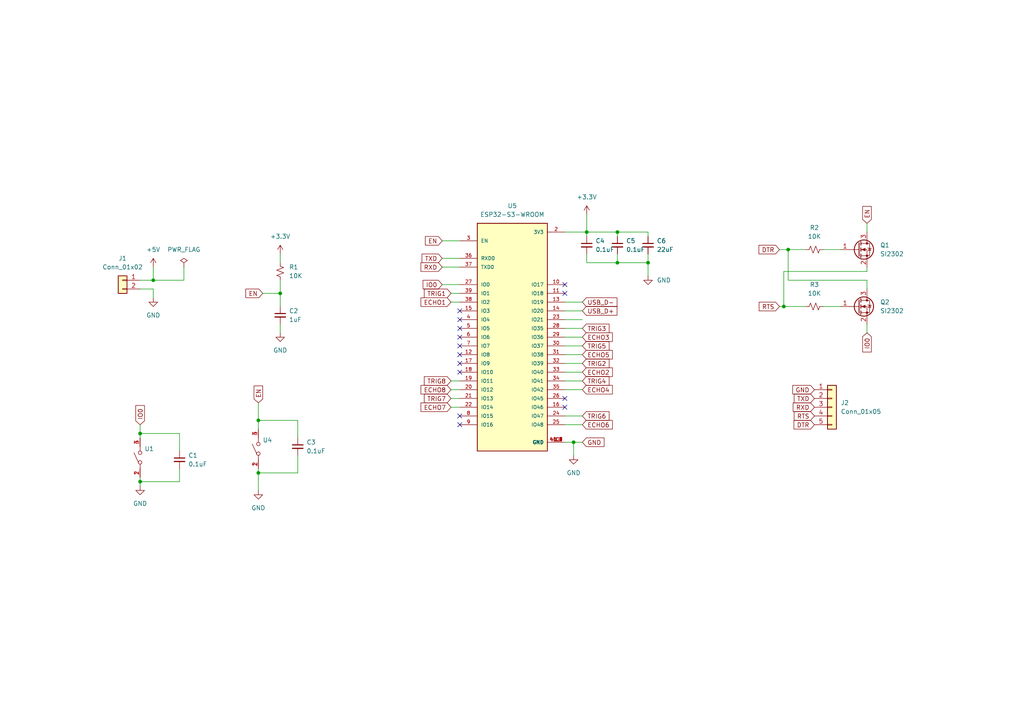
<source format=kicad_sch>
(kicad_sch (version 20230121) (generator eeschema)
  (paper "A4")
  (lib_symbols
    (symbol "Connector_Generic:Conn_01x02" (pin_names (offset 1.016) hide)
      (property "Reference" "J" (at 0 2.54 0))
      (property "Value" "Conn_01x02" (at 0 -5.08 0))
      (symbol "Conn_01x02_1_1"
        (rectangle (start -1.27 -2.413) (end 0 -2.667) (stroke (width 0.1524)))
        (rectangle (start -1.27 0.127) (end 0 -0.127) (stroke (width 0.1524)))
        (rectangle (start -1.27 1.27) (end 1.27 -3.81) (stroke (width 0.254)) (fill (type background)))
        (pin passive line (at -5.08 0 0) (length 3.81) (name "Pin_1") (number "1"))
        (pin passive line (at -5.08 -2.54 0) (length 3.81) (name "Pin_2") (number "2"))
      )
    )
    (symbol "Connector_Generic:Conn_01x05" (pin_names (offset 1.016) hide)
      (property "Reference" "J" (at 0 7.62 0))
      (property "Value" "Conn_01x05" (at 0 -7.62 0))
      (symbol "Conn_01x05_1_1"
        (rectangle (start -1.27 -4.953) (end 0 -5.207) (stroke (width 0.1524)))
        (rectangle (start -1.27 -2.413) (end 0 -2.667) (stroke (width 0.1524)))
        (rectangle (start -1.27 0.127) (end 0 -0.127) (stroke (width 0.1524)))
        (rectangle (start -1.27 2.667) (end 0 2.413) (stroke (width 0.1524)))
        (rectangle (start -1.27 5.207) (end 0 4.953) (stroke (width 0.1524)))
        (rectangle (start -1.27 6.35) (end 1.27 -6.35) (stroke (width 0.254)) (fill (type background)))
        (pin passive line (at -5.08 5.08 0) (length 3.81) (name "Pin_1") (number "1"))
        (pin passive line (at -5.08 2.54 0) (length 3.81) (name "Pin_2") (number "2"))
        (pin passive line (at -5.08 0 0) (length 3.81) (name "Pin_3") (number "3"))
        (pin passive line (at -5.08 -2.54 0) (length 3.81) (name "Pin_4") (number "4"))
        (pin passive line (at -5.08 -5.08 0) (length 3.81) (name "Pin_5") (number "5"))
      )
    )
    (symbol "Device:C_Small" (pin_numbers hide) (pin_names (offset 0.254) hide)
      (property "Reference" "C" (at 0.254 1.778 0))
      (property "Value" "C_Small" (at 0.254 -2.032 0))
      (symbol "C_Small_0_1"
        (polyline (pts (xy -1.524 -0.508) (xy 1.524 -0.508)) (stroke (width 0.3302)))
        (polyline (pts (xy -1.524 0.508) (xy 1.524 0.508)) (stroke (width 0.3048)))
      )
      (symbol "C_Small_1_1"
        (pin passive line (at 0 2.54 270) (length 2.032) (name "~") (number "1"))
        (pin passive line (at 0 -2.54 90) (length 2.032) (name "~") (number "2"))
      )
    )
    (symbol "Device:Q_NMOS_GSD" (pin_names (offset 0) hide)
      (property "Reference" "Q" (at 5.08 1.27 0))
      (property "Value" "Q_NMOS_GSD" (at 5.08 -1.27 0))
      (symbol "Q_NMOS_GSD_0_1"
        (polyline (pts (xy 0.254 0) (xy -2.54 0)))
        (polyline (pts (xy 0.254 1.905) (xy 0.254 -1.905)) (stroke (width 0.254)))
        (polyline (pts (xy 0.762 -1.27) (xy 0.762 -2.286)) (stroke (width 0.254)))
        (polyline (pts (xy 0.762 0.508) (xy 0.762 -0.508)) (stroke (width 0.254)))
        (polyline (pts (xy 0.762 2.286) (xy 0.762 1.27)) (stroke (width 0.254)))
        (polyline (pts (xy 2.54 2.54) (xy 2.54 1.778)))
        (polyline (pts (xy 2.54 -2.54) (xy 2.54 0) (xy 0.762 0)))
        (polyline (pts (xy 0.762 -1.778) (xy 3.302 -1.778) (xy 3.302 1.778) (xy 0.762 1.778)))
        (polyline (pts (xy 1.016 0) (xy 2.032 0.381) (xy 2.032 -0.381) (xy 1.016 0)) (fill (type outline)))
        (polyline (pts (xy 2.794 0.508) (xy 2.921 0.381) (xy 3.683 0.381) (xy 3.81 0.254)))
        (polyline (pts (xy 3.302 0.381) (xy 2.921 -0.254) (xy 3.683 -0.254) (xy 3.302 0.381)))
        (circle (center 1.651 0) (radius 2.794) (stroke (width 0.254)))
        (circle (center 2.54 -1.778) (radius 0.254) (fill (type outline)))
        (circle (center 2.54 1.778) (radius 0.254) (fill (type outline)))
      )
      (symbol "Q_NMOS_GSD_1_1"
        (pin input line (at -5.08 0 0) (length 2.54) (name "G") (number "1"))
        (pin passive line (at 2.54 -5.08 90) (length 2.54) (name "S") (number "2"))
        (pin passive line (at 2.54 5.08 270) (length 2.54) (name "D") (number "3"))
      )
    )
    (symbol "Device:R_Small_US" (pin_numbers hide) (pin_names (offset 0.254) hide)
      (property "Reference" "R" (at 0.762 0.508 0))
      (property "Value" "R_Small_US" (at 0.762 -1.016 0))
      (symbol "R_Small_US_1_1"
        (polyline (pts (xy 0 0) (xy 1.016 -0.381) (xy 0 -0.762) (xy -1.016 -1.143) (xy 0 -1.524)))
        (polyline (pts (xy 0 1.524) (xy 1.016 1.143) (xy 0 0.762) (xy -1.016 0.381) (xy 0 0)))
        (pin passive line (at 0 2.54 270) (length 1.016) (name "~") (number "1"))
        (pin passive line (at 0 -2.54 90) (length 1.016) (name "~") (number "2"))
      )
    )
    (symbol "Dotworld:ESP32-S3-WROOM" (pin_names (offset 1.016))
      (property "Reference" "U" (at -10.16 34.1122 0))
      (property "Value" "ESP32-S3-WROOM" (at -10.16 -35.56 0))
      (symbol "ESP32-S3-WROOM_0_0"
        (rectangle (start -10.16 -33.02) (end 10.16 33.02) (stroke (width 0.254)) (fill (type background)))
        (pin power_in line (at 15.24 -30.48 180) (length 5.08) (name "GND") (number "1"))
        (pin bidirectional line (at 15.24 15.24 180) (length 5.08) (name "IO17") (number "10"))
        (pin bidirectional line (at 15.24 12.7 180) (length 5.08) (name "IO18") (number "11"))
        (pin bidirectional line (at -15.24 -5.08 0) (length 5.08) (name "IO8") (number "12"))
        (pin bidirectional line (at 15.24 10.16 180) (length 5.08) (name "IO19") (number "13"))
        (pin bidirectional line (at 15.24 7.62 180) (length 5.08) (name "IO20") (number "14"))
        (pin bidirectional line (at -15.24 7.62 0) (length 5.08) (name "IO3") (number "15"))
        (pin bidirectional line (at 15.24 -20.32 180) (length 5.08) (name "IO46") (number "16"))
        (pin bidirectional line (at -15.24 -7.62 0) (length 5.08) (name "IO9") (number "17"))
        (pin bidirectional line (at -15.24 -10.16 0) (length 5.08) (name "IO10") (number "18"))
        (pin bidirectional line (at -15.24 -12.7 0) (length 5.08) (name "IO11") (number "19"))
        (pin power_in line (at 15.24 30.48 180) (length 5.08) (name "3V3") (number "2"))
        (pin bidirectional line (at -15.24 -15.24 0) (length 5.08) (name "IO12") (number "20"))
        (pin bidirectional line (at -15.24 -17.78 0) (length 5.08) (name "IO13") (number "21"))
        (pin bidirectional line (at -15.24 -20.32 0) (length 5.08) (name "IO14") (number "22"))
        (pin bidirectional line (at 15.24 5.08 180) (length 5.08) (name "IO21") (number "23"))
        (pin bidirectional line (at 15.24 -22.86 180) (length 5.08) (name "IO47") (number "24"))
        (pin bidirectional line (at 15.24 -25.4 180) (length 5.08) (name "IO48") (number "25"))
        (pin bidirectional line (at 15.24 -17.78 180) (length 5.08) (name "IO45") (number "26"))
        (pin bidirectional line (at -15.24 15.24 0) (length 5.08) (name "IO0") (number "27"))
        (pin bidirectional line (at 15.24 2.54 180) (length 5.08) (name "IO35") (number "28"))
        (pin bidirectional line (at 15.24 0 180) (length 5.08) (name "IO36") (number "29"))
        (pin input line (at -15.24 27.94 0) (length 5.08) (name "EN") (number "3"))
        (pin bidirectional line (at 15.24 -2.54 180) (length 5.08) (name "IO37") (number "30"))
        (pin bidirectional line (at 15.24 -5.08 180) (length 5.08) (name "IO38") (number "31"))
        (pin bidirectional line (at 15.24 -7.62 180) (length 5.08) (name "IO39") (number "32"))
        (pin bidirectional line (at 15.24 -10.16 180) (length 5.08) (name "IO40") (number "33"))
        (pin bidirectional line (at 15.24 -12.7 180) (length 5.08) (name "IO41") (number "34"))
        (pin bidirectional line (at 15.24 -15.24 180) (length 5.08) (name "IO42") (number "35"))
        (pin bidirectional line (at -15.24 22.86 0) (length 5.08) (name "RXD0") (number "36"))
        (pin bidirectional line (at -15.24 20.32 0) (length 5.08) (name "TXD0") (number "37"))
        (pin bidirectional line (at -15.24 10.16 0) (length 5.08) (name "IO2") (number "38"))
        (pin bidirectional line (at -15.24 12.7 0) (length 5.08) (name "IO1") (number "39"))
        (pin bidirectional line (at -15.24 5.08 0) (length 5.08) (name "IO4") (number "4"))
        (pin power_in line (at 15.24 -30.48 180) (length 5.08) (name "GND") (number "40"))
        (pin power_in line (at 15.24 -30.48 180) (length 5.08) (name "GND") (number "41_1"))
        (pin power_in line (at 15.24 -30.48 180) (length 5.08) (name "GND") (number "41_2"))
        (pin power_in line (at 15.24 -30.48 180) (length 5.08) (name "GND") (number "41_3"))
        (pin power_in line (at 15.24 -30.48 180) (length 5.08) (name "GND") (number "41_4"))
        (pin power_in line (at 15.24 -30.48 180) (length 5.08) (name "GND") (number "41_5"))
        (pin power_in line (at 15.24 -30.48 180) (length 5.08) (name "GND") (number "41_6"))
        (pin power_in line (at 15.24 -30.48 180) (length 5.08) (name "GND") (number "41_7"))
        (pin power_in line (at 15.24 -30.48 180) (length 5.08) (name "GND") (number "41_8"))
        (pin power_in line (at 15.24 -30.48 180) (length 5.08) (name "GND") (number "41_9"))
        (pin bidirectional line (at -15.24 2.54 0) (length 5.08) (name "IO5") (number "5"))
        (pin bidirectional line (at -15.24 0 0) (length 5.08) (name "IO6") (number "6"))
        (pin bidirectional line (at -15.24 -2.54 0) (length 5.08) (name "IO7") (number "7"))
        (pin bidirectional line (at -15.24 -22.86 0) (length 5.08) (name "IO15") (number "8"))
        (pin bidirectional line (at -15.24 -25.4 0) (length 5.08) (name "IO16") (number "9"))
      )
    )
    (symbol "Dotworld:Tactile_Switch"
      (property "Reference" "U" (at 0 6.35 0))
      (property "Value" "Tactile_Switch" (at 0 0 0))
      (property "Footprint" "Dotworld:Tactile_Switch" (at 0 0 0))
      (symbol "Tactile_Switch_0_1"
        (circle (center -0.762 2.54) (radius 0.508))
        (polyline (pts (xy -2.54 2.54) (xy -1.27 2.54)))
        (polyline (pts (xy -0.762 3.048) (xy 2.032 4.318)))
        (polyline (pts (xy 3.81 2.54) (xy 2.54 2.54)))
        (circle (center 2.032 2.54) (radius 0.508))
      )
      (symbol "Tactile_Switch_1_1"
        (pin input line (at -5.08 2.54 0) (length 2.54) (name "") (number "1"))
        (pin input line (at -5.08 2.54 0) (length 2.54) (name "") (number "2"))
        (pin input line (at 6.35 2.54 180) (length 2.54) (name "") (number "3"))
        (pin input line (at 6.35 2.54 180) (length 2.54) (name "") (number "4"))
      )
    )
    (symbol "power:+3.3V" (power) (pin_names (offset 0))
      (property "Value" "+3.3V" (at 0 3.556 0))
      (symbol "+3.3V_0_1"
        (polyline (pts (xy -0.762 1.27) (xy 0 2.54)))
        (polyline (pts (xy 0 0) (xy 0 2.54)))
        (polyline (pts (xy 0 2.54) (xy 0.762 1.27)))
      )
      (symbol "+3.3V_1_1"
        (pin power_in line (at 0 0 90) (length 0) hide (name "+3.3V") (number "1"))
      )
    )
    (symbol "power:+5V" (power) (pin_names (offset 0))
      (property "Value" "+5V" (at 0 3.556 0))
      (symbol "+5V_0_1"
        (polyline (pts (xy -0.762 1.27) (xy 0 2.54)))
        (polyline (pts (xy 0 0) (xy 0 2.54)))
        (polyline (pts (xy 0 2.54) (xy 0.762 1.27)))
      )
      (symbol "+5V_1_1"
        (pin power_in line (at 0 0 90) (length 0) hide (name "+5V") (number "1"))
      )
    )
    (symbol "power:GND" (power) (pin_names (offset 0))
      (property "Value" "GND" (at 0 -3.81 0))
      (symbol "GND_0_1"
        (polyline (pts (xy 0 0) (xy 0 -1.27) (xy 1.27 -1.27) (xy 0 -2.54) (xy -1.27 -1.27) (xy 0 -1.27)))
      )
      (symbol "GND_1_1"
        (pin power_in line (at 0 0 270) (length 0) hide (name "GND") (number "1"))
      )
    )
    (symbol "power:PWR_FLAG" (power) (pin_numbers hide) (pin_names (offset 0) hide)
      (property "Value" "PWR_FLAG" (at 0 3.81 0))
      (symbol "PWR_FLAG_0_0"
        (pin power_out line (at 0 0 90) (length 0) (name "pwr") (number "1"))
      )
      (symbol "PWR_FLAG_0_1"
        (polyline (pts (xy 0 0) (xy 0 1.27) (xy -1.016 1.905) (xy 0 2.54) (xy 1.016 1.905) (xy 0 1.27)))
      )
    )
  )
  (junction (at 81.28 85.09))
  (junction (at 74.93 121.92))
  (junction (at 187.96 76.2))
  (junction (at 74.93 137.16))
  (junction (at 227.33 88.9))
  (junction (at 179.07 76.2))
  (junction (at 44.45 81.28))
  (junction (at 166.37 128.27))
  (junction (at 179.07 67.31))
  (junction (at 40.64 125.73))
  (junction (at 40.64 139.7))
  (junction (at 170.18 67.31))
  (junction (at 228.6 72.39))
  (no_connect (at 133.35 102.87))
  (no_connect (at 133.35 105.41))
  (no_connect (at 133.35 97.79))
  (no_connect (at 133.35 120.65))
  (no_connect (at 133.35 92.71))
  (no_connect (at 133.35 100.33))
  (no_connect (at 163.83 85.09))
  (no_connect (at 163.83 115.57))
  (no_connect (at 133.35 107.95))
  (no_connect (at 133.35 123.19))
  (no_connect (at 133.35 95.25))
  (no_connect (at 133.35 90.17))
  (no_connect (at 163.83 82.55))
  (no_connect (at 163.83 118.11))
  (wire (pts (xy 163.83 110.49) (xy 168.91 110.49)))
  (wire (pts (xy 166.37 128.27) (xy 166.37 132.08)))
  (wire (pts (xy 170.18 67.31) (xy 170.18 68.58)))
  (wire (pts (xy 163.83 95.25) (xy 168.91 95.25)))
  (wire (pts (xy 74.93 121.92) (xy 74.93 124.46)))
  (wire (pts (xy 52.07 125.73) (xy 40.64 125.73)))
  (wire (pts (xy 163.83 100.33) (xy 168.91 100.33)))
  (wire (pts (xy 170.18 73.66) (xy 170.18 76.2)))
  (wire (pts (xy 86.36 127) (xy 86.36 121.92)))
  (wire (pts (xy 179.07 67.31) (xy 187.96 67.31)))
  (wire (pts (xy 53.34 77.47) (xy 53.34 81.28)))
  (wire (pts (xy 74.93 135.89) (xy 74.93 137.16)))
  (wire (pts (xy 40.64 81.28) (xy 44.45 81.28)))
  (wire (pts (xy 81.28 85.09) (xy 81.28 88.9)))
  (wire (pts (xy 179.07 76.2) (xy 187.96 76.2)))
  (wire (pts (xy 52.07 130.81) (xy 52.07 125.73)))
  (wire (pts (xy 179.07 67.31) (xy 179.07 68.58)))
  (wire (pts (xy 86.36 121.92) (xy 74.93 121.92)))
  (wire (pts (xy 187.96 76.2) (xy 187.96 80.01)))
  (wire (pts (xy 52.07 135.89) (xy 52.07 139.7)))
  (wire (pts (xy 130.81 85.09) (xy 133.35 85.09)))
  (wire (pts (xy 251.46 81.28) (xy 228.6 81.28)))
  (wire (pts (xy 163.83 97.79) (xy 168.91 97.79)))
  (wire (pts (xy 74.93 137.16) (xy 74.93 142.24)))
  (wire (pts (xy 44.45 77.47) (xy 44.45 81.28)))
  (wire (pts (xy 130.81 113.03) (xy 133.35 113.03)))
  (wire (pts (xy 251.46 64.77) (xy 251.46 67.31)))
  (wire (pts (xy 251.46 78.74) (xy 227.33 78.74)))
  (wire (pts (xy 44.45 81.28) (xy 53.34 81.28)))
  (wire (pts (xy 163.83 102.87) (xy 168.91 102.87)))
  (wire (pts (xy 40.64 138.43) (xy 40.64 139.7)))
  (wire (pts (xy 226.06 72.39) (xy 228.6 72.39)))
  (wire (pts (xy 238.76 72.39) (xy 243.84 72.39)))
  (wire (pts (xy 130.81 110.49) (xy 133.35 110.49)))
  (wire (pts (xy 128.27 77.47) (xy 133.35 77.47)))
  (wire (pts (xy 163.83 113.03) (xy 168.91 113.03)))
  (wire (pts (xy 81.28 93.98) (xy 81.28 96.52)))
  (wire (pts (xy 81.28 81.28) (xy 81.28 85.09)))
  (wire (pts (xy 251.46 83.82) (xy 251.46 81.28)))
  (wire (pts (xy 187.96 76.2) (xy 187.96 73.66)))
  (wire (pts (xy 226.06 88.9) (xy 227.33 88.9)))
  (wire (pts (xy 40.64 139.7) (xy 40.64 140.97)))
  (wire (pts (xy 40.64 125.73) (xy 40.64 127)))
  (wire (pts (xy 228.6 72.39) (xy 233.68 72.39)))
  (wire (pts (xy 166.37 128.27) (xy 163.83 128.27)))
  (wire (pts (xy 187.96 68.58) (xy 187.96 67.31)))
  (wire (pts (xy 163.83 120.65) (xy 168.91 120.65)))
  (wire (pts (xy 251.46 93.98) (xy 251.46 96.52)))
  (wire (pts (xy 81.28 73.66) (xy 81.28 76.2)))
  (wire (pts (xy 130.81 118.11) (xy 133.35 118.11)))
  (wire (pts (xy 227.33 78.74) (xy 227.33 88.9)))
  (wire (pts (xy 128.27 74.93) (xy 133.35 74.93)))
  (wire (pts (xy 52.07 139.7) (xy 40.64 139.7)))
  (wire (pts (xy 170.18 67.31) (xy 163.83 67.31)))
  (wire (pts (xy 40.64 123.19) (xy 40.64 125.73)))
  (wire (pts (xy 128.27 69.85) (xy 133.35 69.85)))
  (wire (pts (xy 130.81 87.63) (xy 133.35 87.63)))
  (wire (pts (xy 228.6 81.28) (xy 228.6 72.39)))
  (wire (pts (xy 163.83 107.95) (xy 168.91 107.95)))
  (wire (pts (xy 179.07 73.66) (xy 179.07 76.2)))
  (wire (pts (xy 238.76 88.9) (xy 243.84 88.9)))
  (wire (pts (xy 128.27 82.55) (xy 133.35 82.55)))
  (wire (pts (xy 168.91 128.27) (xy 166.37 128.27)))
  (wire (pts (xy 130.81 115.57) (xy 133.35 115.57)))
  (wire (pts (xy 40.64 83.82) (xy 44.45 83.82)))
  (wire (pts (xy 163.83 92.71) (xy 168.91 92.71)))
  (wire (pts (xy 163.83 105.41) (xy 168.91 105.41)))
  (wire (pts (xy 74.93 116.84) (xy 74.93 121.92)))
  (wire (pts (xy 163.83 87.63) (xy 168.91 87.63)))
  (wire (pts (xy 44.45 83.82) (xy 44.45 86.36)))
  (wire (pts (xy 86.36 132.08) (xy 86.36 137.16)))
  (wire (pts (xy 170.18 67.31) (xy 179.07 67.31)))
  (wire (pts (xy 163.83 123.19) (xy 168.91 123.19)))
  (wire (pts (xy 76.2 85.09) (xy 81.28 85.09)))
  (wire (pts (xy 251.46 77.47) (xy 251.46 78.74)))
  (wire (pts (xy 170.18 76.2) (xy 179.07 76.2)))
  (wire (pts (xy 163.83 90.17) (xy 168.91 90.17)))
  (wire (pts (xy 74.93 137.16) (xy 86.36 137.16)))
  (wire (pts (xy 170.18 62.23) (xy 170.18 67.31)))
  (wire (pts (xy 227.33 88.9) (xy 233.68 88.9)))
  (global_label "EN" (shape input) (at 74.93 116.84 90) (property "Intersheetrefs" "${INTERSHEET_REFS}" (effects hide)))
  (global_label "ECHO5" (shape input) (at 168.91 102.87 0) (property "Intersheetrefs" "${INTERSHEET_REFS}" (effects hide)))
  (global_label "EN" (shape input) (at 76.2 85.09 180) (property "Intersheetrefs" "${INTERSHEET_REFS}" (effects hide)))
  (global_label "EN" (shape input) (at 128.27 69.85 180) (property "Intersheetrefs" "${INTERSHEET_REFS}" (effects hide)))
  (global_label "IO0" (shape input) (at 128.27 82.55 180) (property "Intersheetrefs" "${INTERSHEET_REFS}" (effects hide)))
  (global_label "RTS" (shape input) (at 226.06 88.9 180) (property "Intersheetrefs" "${INTERSHEET_REFS}" (effects hide)))
  (global_label "ECHO1" (shape input) (at 130.81 87.63 180) (property "Intersheetrefs" "${INTERSHEET_REFS}" (effects hide)))
  (global_label "GND" (shape input) (at 236.22 113.03 180) (property "Intersheetrefs" "${INTERSHEET_REFS}" (effects hide)))
  (global_label "RXD" (shape input) (at 128.27 77.47 180) (property "Intersheetrefs" "${INTERSHEET_REFS}" (effects hide)))
  (global_label "TRIG7" (shape input) (at 130.81 115.57 180) (property "Intersheetrefs" "${INTERSHEET_REFS}" (effects hide)))
  (global_label "TXD" (shape input) (at 236.22 115.57 180) (property "Intersheetrefs" "${INTERSHEET_REFS}" (effects hide)))
  (global_label "ECHO2" (shape input) (at 168.91 107.95 0) (property "Intersheetrefs" "${INTERSHEET_REFS}" (effects hide)))
  (global_label "IO0" (shape input) (at 251.46 96.52 270) (property "Intersheetrefs" "${INTERSHEET_REFS}" (effects hide)))
  (global_label "TRIG3" (shape input) (at 168.91 95.25 0) (property "Intersheetrefs" "${INTERSHEET_REFS}" (effects hide)))
  (global_label "RXD" (shape input) (at 236.22 118.11 180) (property "Intersheetrefs" "${INTERSHEET_REFS}" (effects hide)))
  (global_label "ECHO8" (shape input) (at 130.81 113.03 180) (property "Intersheetrefs" "${INTERSHEET_REFS}" (effects hide)))
  (global_label "TRIG6" (shape input) (at 168.91 120.65 0) (property "Intersheetrefs" "${INTERSHEET_REFS}" (effects hide)))
  (global_label "TRIG4" (shape input) (at 168.91 110.49 0) (property "Intersheetrefs" "${INTERSHEET_REFS}" (effects hide)))
  (global_label "TXD" (shape input) (at 128.27 74.93 180) (property "Intersheetrefs" "${INTERSHEET_REFS}" (effects hide)))
  (global_label "DTR" (shape input) (at 236.22 123.19 180) (property "Intersheetrefs" "${INTERSHEET_REFS}" (effects hide)))
  (global_label "GND" (shape input) (at 168.91 128.27 0) (property "Intersheetrefs" "${INTERSHEET_REFS}" (effects hide)))
  (global_label "RTS" (shape input) (at 236.22 120.65 180) (property "Intersheetrefs" "${INTERSHEET_REFS}" (effects hide)))
  (global_label "ECHO6" (shape input) (at 168.91 123.19 0) (property "Intersheetrefs" "${INTERSHEET_REFS}" (effects hide)))
  (global_label "TRIG1" (shape input) (at 130.81 85.09 180) (property "Intersheetrefs" "${INTERSHEET_REFS}" (effects hide)))
  (global_label "TRIG2" (shape input) (at 168.91 105.41 0) (property "Intersheetrefs" "${INTERSHEET_REFS}" (effects hide)))
  (global_label "TRIG5" (shape input) (at 168.91 100.33 0) (property "Intersheetrefs" "${INTERSHEET_REFS}" (effects hide)))
  (global_label "EN" (shape input) (at 251.46 64.77 90) (property "Intersheetrefs" "${INTERSHEET_REFS}" (effects hide)))
  (global_label "DTR" (shape input) (at 226.06 72.39 180) (property "Intersheetrefs" "${INTERSHEET_REFS}" (effects hide)))
  (global_label "ECHO4" (shape input) (at 168.91 113.03 0) (property "Intersheetrefs" "${INTERSHEET_REFS}" (effects hide)))
  (global_label "IO0" (shape input) (at 40.64 123.19 90) (property "Intersheetrefs" "${INTERSHEET_REFS}" (effects hide)))
  (global_label "ECHO7" (shape input) (at 130.81 118.11 180) (property "Intersheetrefs" "${INTERSHEET_REFS}" (effects hide)))
  (global_label "TRIG8" (shape input) (at 130.81 110.49 180) (property "Intersheetrefs" "${INTERSHEET_REFS}" (effects hide)))
  (global_label "USB_D-" (shape input) (at 168.91 87.63 0) (property "Intersheetrefs" "${INTERSHEET_REFS}" (effects hide)))
  (global_label "USB_D+" (shape input) (at 168.91 90.17 0) (property "Intersheetrefs" "${INTERSHEET_REFS}" (effects hide)))
  (global_label "ECHO3" (shape input) (at 168.91 97.79 0) (property "Intersheetrefs" "${INTERSHEET_REFS}" (effects hide)))
  (symbol (lib_id "Dotworld:ESP32-S3-WROOM") (at 148.59 97.79 0) (unit 1)
    (property "Reference" "U5" (at 148.59 59.69 0))
    (property "Value" "ESP32-S3-WROOM" (at 148.59 62.23 0))
    (property "Footprint" "Dotworld:ESP32-S3-WROOM1-N4R2" (effects hide))
  )
  (symbol (lib_id "Device:C_Small") (at 81.28 91.44 0) (unit 1)
    (property "Reference" "C2" (at 83.82 90.1762 0) (effects (justify left)))
    (property "Value" "1uF" (at 83.82 92.7162 0) (effects (justify left)))
    (property "Footprint" "Capacitor_SMD:C_0603_1608Metric" (effects hide))
  )
  (symbol (lib_id "Dotworld:Tactile_Switch") (at 43.18 133.35 90) (unit 1)
    (property "Reference" "U1" (at 41.91 130.1749 90) (effects (justify right)))
    (property "Value" "Tactile_Switch" (effects hide))
    (property "Footprint" "Dotworld:Tactile_Switch" (effects hide))
  )
  (symbol (lib_id "power:GND") (at 166.37 132.08 0) (unit 1)
    (property "Reference" "#PWR07" (effects hide))
    (property "Value" "GND" (at 166.37 137.16 0))
  )
  (symbol (lib_id "power:GND") (at 40.64 140.97 0) (unit 1)
    (property "Reference" "#PWR01" (effects hide))
    (property "Value" "GND" (at 40.64 146.05 0))
  )
  (symbol (lib_id "Device:Q_NMOS_GSD") (at 248.92 88.9 0) (unit 1)
    (property "Reference" "Q2" (at 255.27 87.6299 0) (effects (justify left)))
    (property "Value" "SI2302" (at 255.27 90.1699 0) (effects (justify left)))
    (property "Footprint" "Package_TO_SOT_SMD:SOT-23" (effects hide))
  )
  (symbol (lib_id "Device:C_Small") (at 86.36 129.54 0) (unit 1)
    (property "Reference" "C3" (at 88.9 128.2762 0) (effects (justify left)))
    (property "Value" "0.1uF" (at 88.9 130.8162 0) (effects (justify left)))
    (property "Footprint" "Capacitor_SMD:C_0603_1608Metric" (effects hide))
  )
  (symbol (lib_id "Device:C_Small") (at 179.07 71.12 0) (unit 1)
    (property "Reference" "C5" (at 181.61 69.8562 0) (effects (justify left)))
    (property "Value" "0.1uF" (at 181.61 72.3962 0) (effects (justify left)))
    (property "Footprint" "Capacitor_SMD:C_0603_1608Metric" (effects hide))
  )
  (symbol (lib_id "power:PWR_FLAG") (at 53.34 77.47 0) (unit 1)
    (property "Reference" "#FLG01" (effects hide))
    (property "Value" "PWR_FLAG" (at 53.34 72.39 0))
  )
  (symbol (lib_id "power:+3.3V") (at 81.28 73.66 0) (unit 1)
    (property "Reference" "#PWR05" (effects hide))
    (property "Value" "+3.3V" (at 81.28 68.58 0))
  )
  (symbol (lib_id "power:GND") (at 187.96 80.01 0) (unit 1)
    (property "Reference" "#PWR09" (effects hide))
    (property "Value" "GND" (at 190.5 81.2799 0) (effects (justify left)))
  )
  (symbol (lib_id "Connector_Generic:Conn_01x05") (at 241.3 118.11 0) (unit 1)
    (property "Reference" "J2" (at 243.84 116.8399 0) (effects (justify left)))
    (property "Value" "Conn_01x05" (at 243.84 119.3799 0) (effects (justify left)))
    (property "Footprint" "Connector_PinHeader_2.54mm:PinHeader_1x05_P2.54mm_Vertical" (effects hide))
  )
  (symbol (lib_id "Device:C_Small") (at 170.18 71.12 0) (unit 1)
    (property "Reference" "C4" (at 172.72 69.8562 0) (effects (justify left)))
    (property "Value" "0.1uF" (at 172.72 72.3962 0) (effects (justify left)))
    (property "Footprint" "Capacitor_SMD:C_0603_1608Metric" (effects hide))
  )
  (symbol (lib_id "power:+5V") (at 44.45 77.47 0) (unit 1)
    (property "Reference" "#PWR02" (effects hide))
    (property "Value" "+5V" (at 44.45 72.39 0))
  )
  (symbol (lib_id "Device:C_Small") (at 187.96 71.12 0) (unit 1)
    (property "Reference" "C6" (at 190.5 69.8562 0) (effects (justify left)))
    (property "Value" "22uF" (at 190.5 72.3962 0) (effects (justify left)))
    (property "Footprint" "Capacitor_SMD:C_0603_1608Metric" (effects hide))
  )
  (symbol (lib_id "power:GND") (at 81.28 96.52 0) (unit 1)
    (property "Reference" "#PWR06" (effects hide))
    (property "Value" "GND" (at 81.28 101.6 0))
  )
  (symbol (lib_id "Device:R_Small_US") (at 81.28 78.74 0) (unit 1)
    (property "Reference" "R1" (at 83.82 77.4699 0) (effects (justify left)))
    (property "Value" "10K" (at 83.82 80.0099 0) (effects (justify left)))
    (property "Footprint" "Resistor_SMD:R_0603_1608Metric" (effects hide))
  )
  (symbol (lib_id "Device:C_Small") (at 52.07 133.35 0) (unit 1)
    (property "Reference" "C1" (at 54.61 132.0862 0) (effects (justify left)))
    (property "Value" "0.1uF" (at 54.61 134.6262 0) (effects (justify left)))
    (property "Footprint" "Capacitor_SMD:C_0603_1608Metric" (effects hide))
  )
  (symbol (lib_id "Device:R_Small_US") (at 236.22 88.9 270) (unit 1)
    (property "Reference" "R3" (at 236.22 82.55 90))
    (property "Value" "10K" (at 236.22 85.09 90))
    (property "Footprint" "Resistor_SMD:R_0603_1608Metric" (effects hide))
  )
  (symbol (lib_id "Device:R_Small_US") (at 236.22 72.39 270) (unit 1)
    (property "Reference" "R2" (at 236.22 66.04 90))
    (property "Value" "10K" (at 236.22 68.58 90))
    (property "Footprint" "Resistor_SMD:R_0603_1608Metric" (effects hide))
  )
  (symbol (lib_id "Dotworld:Tactile_Switch") (at 77.47 130.81 90) (unit 1)
    (property "Reference" "U4" (at 76.2 127.6349 90) (effects (justify right)))
    (property "Value" "Tactile_Switch" (effects hide))
    (property "Footprint" "Dotworld:Tactile_Switch" (effects hide))
  )
  (symbol (lib_id "power:GND") (at 74.93 142.24 0) (unit 1)
    (property "Reference" "#PWR04" (effects hide))
    (property "Value" "GND" (at 74.93 147.32 0))
  )
  (symbol (lib_id "power:+3.3V") (at 170.18 62.23 0) (unit 1)
    (property "Reference" "#PWR08" (effects hide))
    (property "Value" "+3.3V" (at 170.18 57.15 0))
  )
  (symbol (lib_id "Connector_Generic:Conn_01x02") (at 35.56 81.28 0) (mirror y) (unit 1)
    (property "Reference" "J1" (at 35.56 74.93 0))
    (property "Value" "Conn_01x02" (at 35.56 77.47 0))
    (property "Footprint" "Connector_JST:JST_VH_B2P-VH-B_1x02_P3.96mm_Vertical" (effects hide))
  )
  (symbol (lib_id "power:GND") (at 44.45 86.36 0) (unit 1)
    (property "Reference" "#PWR03" (effects hide))
    (property "Value" "GND" (at 44.45 91.44 0))
  )
  (symbol (lib_id "Device:Q_NMOS_GSD") (at 248.92 72.39 0) (unit 1)
    (property "Reference" "Q1" (at 255.27 71.1199 0) (effects (justify left)))
    (property "Value" "SI2302" (at 255.27 73.6599 0) (effects (justify left)))
    (property "Footprint" "Package_TO_SOT_SMD:SOT-23" (effects hide))
  )
)
</source>
